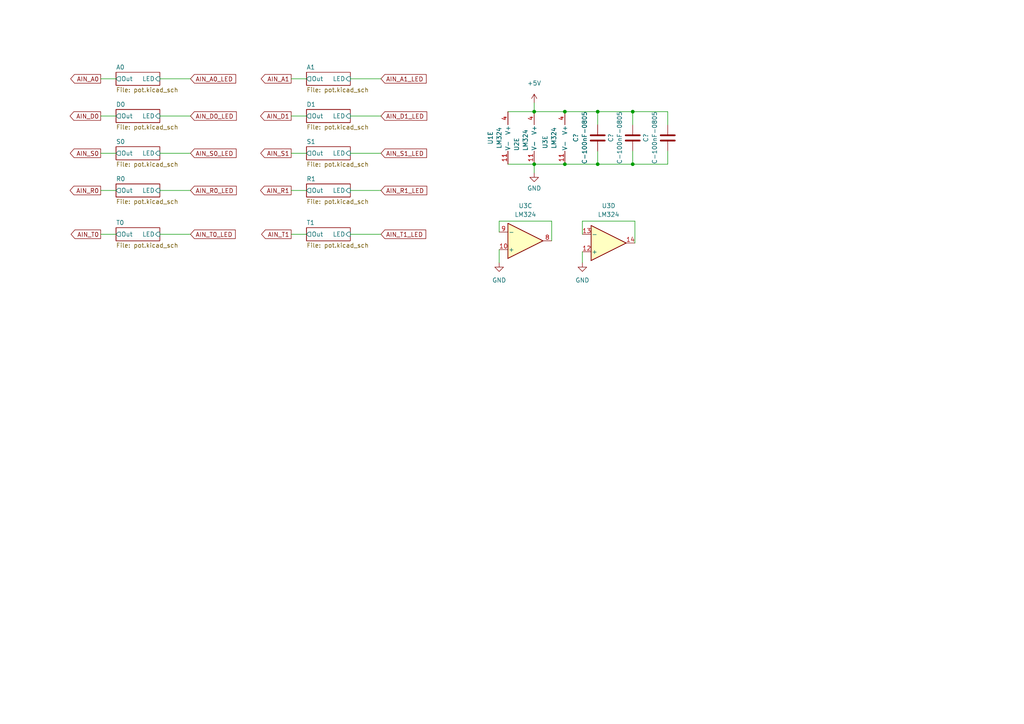
<source format=kicad_sch>
(kicad_sch (version 20211123) (generator eeschema)

  (uuid 85169ae7-45d1-4aa5-930c-b0c6270f81ab)

  (paper "A4")

  (lib_symbols
    (symbol "eurorack:C-100nF-0805" (pin_numbers hide) (pin_names (offset 0.254)) (in_bom yes) (on_board yes)
      (property "Reference" "C" (id 0) (at 0.635 2.54 0)
        (effects (font (size 1.27 1.27)) (justify left))
      )
      (property "Value" "C-100nF-0805" (id 1) (at 0.635 -2.54 0)
        (effects (font (size 1.27 1.27)) (justify left))
      )
      (property "Footprint" "Capacitor_SMD:C_0805_2012Metric_Pad1.18x1.45mm_HandSolder" (id 2) (at 0.9652 -3.81 0)
        (effects (font (size 1.27 1.27)) hide)
      )
      (property "Datasheet" "https://secure.reichelt.com/at/en/smd-multilayer-ceramic-capacitor-100-n-10--x7r-g0805-100n-p31879.html?&nbc=1" (id 3) (at 0 0 0)
        (effects (font (size 1.27 1.27)) hide)
      )
      (property "ki_keywords" "cap capacitor" (id 4) (at 0 0 0)
        (effects (font (size 1.27 1.27)) hide)
      )
      (property "ki_description" "Unpolarized capacitor" (id 5) (at 0 0 0)
        (effects (font (size 1.27 1.27)) hide)
      )
      (property "ki_fp_filters" "C_*" (id 6) (at 0 0 0)
        (effects (font (size 1.27 1.27)) hide)
      )
      (symbol "C-100nF-0805_0_1"
        (polyline
          (pts
            (xy -2.032 -0.762)
            (xy 2.032 -0.762)
          )
          (stroke (width 0.508) (type default) (color 0 0 0 0))
          (fill (type none))
        )
        (polyline
          (pts
            (xy -2.032 0.762)
            (xy 2.032 0.762)
          )
          (stroke (width 0.508) (type default) (color 0 0 0 0))
          (fill (type none))
        )
      )
      (symbol "C-100nF-0805_1_1"
        (pin passive line (at 0 3.81 270) (length 2.794)
          (name "~" (effects (font (size 1.27 1.27))))
          (number "1" (effects (font (size 1.27 1.27))))
        )
        (pin passive line (at 0 -3.81 90) (length 2.794)
          (name "~" (effects (font (size 1.27 1.27))))
          (number "2" (effects (font (size 1.27 1.27))))
        )
      )
    )
    (symbol "eurorack:LM324" (pin_names (offset 0.127)) (in_bom yes) (on_board yes)
      (property "Reference" "U" (id 0) (at 0 5.08 0)
        (effects (font (size 1.27 1.27)) (justify left))
      )
      (property "Value" "LM324" (id 1) (at 0 -5.08 0)
        (effects (font (size 1.27 1.27)) (justify left))
      )
      (property "Footprint" "Package_SO:SO-14_3.9x8.65mm_P1.27mm" (id 2) (at -1.27 2.54 0)
        (effects (font (size 1.27 1.27)) hide)
      )
      (property "Datasheet" "http://www.ti.com/lit/ds/symlink/lm2902-n.pdf" (id 3) (at 1.27 5.08 0)
        (effects (font (size 1.27 1.27)) hide)
      )
      (property "ki_locked" "" (id 4) (at 0 0 0)
        (effects (font (size 1.27 1.27)))
      )
      (property "ki_keywords" "quad opamp" (id 5) (at 0 0 0)
        (effects (font (size 1.27 1.27)) hide)
      )
      (property "ki_description" "Low-Power, Quad-Operational Amplifiers, DIP-14/SOIC-14/SSOP-14" (id 6) (at 0 0 0)
        (effects (font (size 1.27 1.27)) hide)
      )
      (property "ki_fp_filters" "SOIC*3.9x8.7mm*P1.27mm* DIP*W7.62mm* TSSOP*4.4x5mm*P0.65mm* SSOP*5.3x6.2mm*P0.65mm* MSOP*3x3mm*P0.5mm*" (id 7) (at 0 0 0)
        (effects (font (size 1.27 1.27)) hide)
      )
      (symbol "LM324_1_1"
        (polyline
          (pts
            (xy -5.08 5.08)
            (xy 5.08 0)
            (xy -5.08 -5.08)
            (xy -5.08 5.08)
          )
          (stroke (width 0.254) (type default) (color 0 0 0 0))
          (fill (type background))
        )
        (pin output line (at 7.62 0 180) (length 2.54)
          (name "~" (effects (font (size 1.27 1.27))))
          (number "1" (effects (font (size 1.27 1.27))))
        )
        (pin input line (at -7.62 -2.54 0) (length 2.54)
          (name "-" (effects (font (size 1.27 1.27))))
          (number "2" (effects (font (size 1.27 1.27))))
        )
        (pin input line (at -7.62 2.54 0) (length 2.54)
          (name "+" (effects (font (size 1.27 1.27))))
          (number "3" (effects (font (size 1.27 1.27))))
        )
      )
      (symbol "LM324_2_1"
        (polyline
          (pts
            (xy -5.08 5.08)
            (xy 5.08 0)
            (xy -5.08 -5.08)
            (xy -5.08 5.08)
          )
          (stroke (width 0.254) (type default) (color 0 0 0 0))
          (fill (type background))
        )
        (pin input line (at -7.62 2.54 0) (length 2.54)
          (name "+" (effects (font (size 1.27 1.27))))
          (number "5" (effects (font (size 1.27 1.27))))
        )
        (pin input line (at -7.62 -2.54 0) (length 2.54)
          (name "-" (effects (font (size 1.27 1.27))))
          (number "6" (effects (font (size 1.27 1.27))))
        )
        (pin output line (at 7.62 0 180) (length 2.54)
          (name "~" (effects (font (size 1.27 1.27))))
          (number "7" (effects (font (size 1.27 1.27))))
        )
      )
      (symbol "LM324_3_1"
        (polyline
          (pts
            (xy -5.08 5.08)
            (xy 5.08 0)
            (xy -5.08 -5.08)
            (xy -5.08 5.08)
          )
          (stroke (width 0.254) (type default) (color 0 0 0 0))
          (fill (type background))
        )
        (pin input line (at -7.62 2.54 0) (length 2.54)
          (name "+" (effects (font (size 1.27 1.27))))
          (number "10" (effects (font (size 1.27 1.27))))
        )
        (pin output line (at 7.62 0 180) (length 2.54)
          (name "~" (effects (font (size 1.27 1.27))))
          (number "8" (effects (font (size 1.27 1.27))))
        )
        (pin input line (at -7.62 -2.54 0) (length 2.54)
          (name "-" (effects (font (size 1.27 1.27))))
          (number "9" (effects (font (size 1.27 1.27))))
        )
      )
      (symbol "LM324_4_1"
        (polyline
          (pts
            (xy -5.08 5.08)
            (xy 5.08 0)
            (xy -5.08 -5.08)
            (xy -5.08 5.08)
          )
          (stroke (width 0.254) (type default) (color 0 0 0 0))
          (fill (type background))
        )
        (pin input line (at -7.62 2.54 0) (length 2.54)
          (name "+" (effects (font (size 1.27 1.27))))
          (number "12" (effects (font (size 1.27 1.27))))
        )
        (pin input line (at -7.62 -2.54 0) (length 2.54)
          (name "-" (effects (font (size 1.27 1.27))))
          (number "13" (effects (font (size 1.27 1.27))))
        )
        (pin output line (at 7.62 0 180) (length 2.54)
          (name "~" (effects (font (size 1.27 1.27))))
          (number "14" (effects (font (size 1.27 1.27))))
        )
      )
      (symbol "LM324_5_1"
        (pin power_in line (at -2.54 -7.62 90) (length 3.81)
          (name "V-" (effects (font (size 1.27 1.27))))
          (number "11" (effects (font (size 1.27 1.27))))
        )
        (pin power_in line (at -2.54 7.62 270) (length 3.81)
          (name "V+" (effects (font (size 1.27 1.27))))
          (number "4" (effects (font (size 1.27 1.27))))
        )
      )
    )
    (symbol "power:+5V" (power) (pin_names (offset 0)) (in_bom yes) (on_board yes)
      (property "Reference" "#PWR" (id 0) (at 0 -3.81 0)
        (effects (font (size 1.27 1.27)) hide)
      )
      (property "Value" "+5V" (id 1) (at 0 3.556 0)
        (effects (font (size 1.27 1.27)))
      )
      (property "Footprint" "" (id 2) (at 0 0 0)
        (effects (font (size 1.27 1.27)) hide)
      )
      (property "Datasheet" "" (id 3) (at 0 0 0)
        (effects (font (size 1.27 1.27)) hide)
      )
      (property "ki_keywords" "power-flag" (id 4) (at 0 0 0)
        (effects (font (size 1.27 1.27)) hide)
      )
      (property "ki_description" "Power symbol creates a global label with name \"+5V\"" (id 5) (at 0 0 0)
        (effects (font (size 1.27 1.27)) hide)
      )
      (symbol "+5V_0_1"
        (polyline
          (pts
            (xy -0.762 1.27)
            (xy 0 2.54)
          )
          (stroke (width 0) (type default) (color 0 0 0 0))
          (fill (type none))
        )
        (polyline
          (pts
            (xy 0 0)
            (xy 0 2.54)
          )
          (stroke (width 0) (type default) (color 0 0 0 0))
          (fill (type none))
        )
        (polyline
          (pts
            (xy 0 2.54)
            (xy 0.762 1.27)
          )
          (stroke (width 0) (type default) (color 0 0 0 0))
          (fill (type none))
        )
      )
      (symbol "+5V_1_1"
        (pin power_in line (at 0 0 90) (length 0) hide
          (name "+5V" (effects (font (size 1.27 1.27))))
          (number "1" (effects (font (size 1.27 1.27))))
        )
      )
    )
    (symbol "power:GND" (power) (pin_names (offset 0)) (in_bom yes) (on_board yes)
      (property "Reference" "#PWR" (id 0) (at 0 -6.35 0)
        (effects (font (size 1.27 1.27)) hide)
      )
      (property "Value" "GND" (id 1) (at 0 -3.81 0)
        (effects (font (size 1.27 1.27)))
      )
      (property "Footprint" "" (id 2) (at 0 0 0)
        (effects (font (size 1.27 1.27)) hide)
      )
      (property "Datasheet" "" (id 3) (at 0 0 0)
        (effects (font (size 1.27 1.27)) hide)
      )
      (property "ki_keywords" "power-flag" (id 4) (at 0 0 0)
        (effects (font (size 1.27 1.27)) hide)
      )
      (property "ki_description" "Power symbol creates a global label with name \"GND\" , ground" (id 5) (at 0 0 0)
        (effects (font (size 1.27 1.27)) hide)
      )
      (symbol "GND_0_1"
        (polyline
          (pts
            (xy 0 0)
            (xy 0 -1.27)
            (xy 1.27 -1.27)
            (xy 0 -2.54)
            (xy -1.27 -1.27)
            (xy 0 -1.27)
          )
          (stroke (width 0) (type default) (color 0 0 0 0))
          (fill (type none))
        )
      )
      (symbol "GND_1_1"
        (pin power_in line (at 0 0 270) (length 0) hide
          (name "GND" (effects (font (size 1.27 1.27))))
          (number "1" (effects (font (size 1.27 1.27))))
        )
      )
    )
  )

  (junction (at 183.515 32.385) (diameter 0) (color 0 0 0 0)
    (uuid 1c8f80ec-bc6e-4c12-afe7-d8fc0309a9c4)
  )
  (junction (at 163.83 32.385) (diameter 0) (color 0 0 0 0)
    (uuid 4883aaf7-6bdf-481e-a937-3cecf14cb310)
  )
  (junction (at 154.94 47.625) (diameter 0) (color 0 0 0 0)
    (uuid 48b1994c-52ae-41aa-81df-60cd841fc842)
  )
  (junction (at 183.515 47.625) (diameter 0) (color 0 0 0 0)
    (uuid 4e733061-6292-4831-9487-7b177b7f21a0)
  )
  (junction (at 173.355 32.385) (diameter 0) (color 0 0 0 0)
    (uuid 61a8fa4f-67a2-4a1c-ae18-ec268b717ee2)
  )
  (junction (at 163.83 47.625) (diameter 0) (color 0 0 0 0)
    (uuid 6af6b45d-b927-4639-9971-b6dcee833ad6)
  )
  (junction (at 154.94 32.385) (diameter 0) (color 0 0 0 0)
    (uuid 7ae90b29-f155-4c06-aeff-4c63c816081f)
  )
  (junction (at 173.355 47.625) (diameter 0) (color 0 0 0 0)
    (uuid dc83512f-6b0d-4754-ad69-5cedc5ae79e8)
  )

  (wire (pts (xy 144.78 67.31) (xy 144.78 64.135))
    (stroke (width 0) (type default) (color 0 0 0 0))
    (uuid 003a8d02-13f8-4893-b57f-4fcb29bb0d4e)
  )
  (wire (pts (xy 101.6 44.45) (xy 110.49 44.45))
    (stroke (width 0) (type default) (color 0 0 0 0))
    (uuid 042a744a-dfdc-4ee5-9790-a624cfd316f9)
  )
  (wire (pts (xy 193.675 36.195) (xy 193.675 32.385))
    (stroke (width 0) (type default) (color 0 0 0 0))
    (uuid 077675f1-ccf2-4151-b084-33d6384d3528)
  )
  (wire (pts (xy 144.78 64.135) (xy 160.02 64.135))
    (stroke (width 0) (type default) (color 0 0 0 0))
    (uuid 0b1b2c84-9ebe-414c-a35c-1883c522421d)
  )
  (wire (pts (xy 184.15 64.135) (xy 184.15 70.485))
    (stroke (width 0) (type default) (color 0 0 0 0))
    (uuid 0cc32d80-6d27-42e6-8737-5493c1a126f2)
  )
  (wire (pts (xy 101.6 55.245) (xy 110.49 55.245))
    (stroke (width 0) (type default) (color 0 0 0 0))
    (uuid 0f6134bf-067e-499c-93c8-016a7b06e599)
  )
  (wire (pts (xy 29.21 67.945) (xy 33.655 67.945))
    (stroke (width 0) (type default) (color 0 0 0 0))
    (uuid 10ec7e95-d632-40f3-8107-a9c7c8e7590f)
  )
  (wire (pts (xy 154.94 47.625) (xy 163.83 47.625))
    (stroke (width 0) (type default) (color 0 0 0 0))
    (uuid 15d2010d-448c-4628-8894-dccbabd2b7d4)
  )
  (wire (pts (xy 154.94 32.385) (xy 163.83 32.385))
    (stroke (width 0) (type default) (color 0 0 0 0))
    (uuid 2244d917-0376-468e-9a67-bbc71cc1ed15)
  )
  (wire (pts (xy 46.355 55.245) (xy 55.245 55.245))
    (stroke (width 0) (type default) (color 0 0 0 0))
    (uuid 3761a39e-08c3-404d-a31d-3bd5fe4b3d24)
  )
  (wire (pts (xy 147.32 32.385) (xy 154.94 32.385))
    (stroke (width 0) (type default) (color 0 0 0 0))
    (uuid 38385cc3-abd5-4e3e-a8ae-e85554d202f5)
  )
  (wire (pts (xy 46.355 22.86) (xy 55.245 22.86))
    (stroke (width 0) (type default) (color 0 0 0 0))
    (uuid 3cdf0f4e-c84c-4a6b-b9f8-7bdc00399c87)
  )
  (wire (pts (xy 168.91 64.135) (xy 184.15 64.135))
    (stroke (width 0) (type default) (color 0 0 0 0))
    (uuid 3e56bb0e-d91d-42db-ad7e-b6d8f56e661d)
  )
  (wire (pts (xy 193.675 47.625) (xy 193.675 43.815))
    (stroke (width 0) (type default) (color 0 0 0 0))
    (uuid 3e8e99d3-5270-4cd2-bd63-b73a069695e1)
  )
  (wire (pts (xy 154.94 29.845) (xy 154.94 32.385))
    (stroke (width 0) (type default) (color 0 0 0 0))
    (uuid 3f1f65da-b802-4995-975d-7c595c0b60b1)
  )
  (wire (pts (xy 183.515 36.195) (xy 183.515 32.385))
    (stroke (width 0) (type default) (color 0 0 0 0))
    (uuid 45d4a347-453e-426f-b004-52216149eabe)
  )
  (wire (pts (xy 29.21 33.655) (xy 33.655 33.655))
    (stroke (width 0) (type default) (color 0 0 0 0))
    (uuid 5633ba81-69ae-422c-af17-71cf95506d18)
  )
  (wire (pts (xy 84.455 44.45) (xy 88.9 44.45))
    (stroke (width 0) (type default) (color 0 0 0 0))
    (uuid 5a6c4dcc-8141-4ae7-9203-15242f92cfaf)
  )
  (wire (pts (xy 163.83 47.625) (xy 173.355 47.625))
    (stroke (width 0) (type default) (color 0 0 0 0))
    (uuid 5ce9d938-191c-4c5c-bd31-84b4aebc3d0e)
  )
  (wire (pts (xy 101.6 67.945) (xy 110.49 67.945))
    (stroke (width 0) (type default) (color 0 0 0 0))
    (uuid 64666196-b027-4288-9499-a9d59b512a6b)
  )
  (wire (pts (xy 29.21 44.45) (xy 33.655 44.45))
    (stroke (width 0) (type default) (color 0 0 0 0))
    (uuid 6841bd20-baa3-45c5-b8f4-f880a68aa19f)
  )
  (wire (pts (xy 173.355 36.195) (xy 173.355 32.385))
    (stroke (width 0) (type default) (color 0 0 0 0))
    (uuid 70809202-4c24-4737-810b-be61c2f64397)
  )
  (wire (pts (xy 154.94 47.625) (xy 154.94 50.165))
    (stroke (width 0) (type default) (color 0 0 0 0))
    (uuid 747b3994-e3db-4b4a-bf0d-d937d6304532)
  )
  (wire (pts (xy 173.355 47.625) (xy 183.515 47.625))
    (stroke (width 0) (type default) (color 0 0 0 0))
    (uuid 7726cbf5-141b-488e-ae53-e7c0b1469a0e)
  )
  (wire (pts (xy 101.6 22.86) (xy 110.49 22.86))
    (stroke (width 0) (type default) (color 0 0 0 0))
    (uuid 85e137c0-500c-4cd1-96c3-0fc0ff9881b1)
  )
  (wire (pts (xy 29.21 55.245) (xy 33.655 55.245))
    (stroke (width 0) (type default) (color 0 0 0 0))
    (uuid 8d4d980f-ffcf-4f1c-88ad-8768c207b42a)
  )
  (wire (pts (xy 173.355 32.385) (xy 163.83 32.385))
    (stroke (width 0) (type default) (color 0 0 0 0))
    (uuid a1cefd4d-3008-4358-bb18-011dd868cdc3)
  )
  (wire (pts (xy 168.91 67.945) (xy 168.91 64.135))
    (stroke (width 0) (type default) (color 0 0 0 0))
    (uuid a28ab443-e07c-460b-9740-dd623ac3d684)
  )
  (wire (pts (xy 84.455 67.945) (xy 88.9 67.945))
    (stroke (width 0) (type default) (color 0 0 0 0))
    (uuid a6d85ac0-8d77-441c-8cf9-d8bde0a70d8f)
  )
  (wire (pts (xy 84.455 33.655) (xy 88.9 33.655))
    (stroke (width 0) (type default) (color 0 0 0 0))
    (uuid a76c952e-7948-4e85-b044-a94b1c8dde50)
  )
  (wire (pts (xy 193.675 32.385) (xy 183.515 32.385))
    (stroke (width 0) (type default) (color 0 0 0 0))
    (uuid a7ed94af-aa0e-46aa-b609-545d186d07a5)
  )
  (wire (pts (xy 84.455 55.245) (xy 88.9 55.245))
    (stroke (width 0) (type default) (color 0 0 0 0))
    (uuid ad9f7267-45c8-4f3d-ab02-e92ba1ad3279)
  )
  (wire (pts (xy 84.455 22.86) (xy 88.9 22.86))
    (stroke (width 0) (type default) (color 0 0 0 0))
    (uuid b65dcd4f-f178-4da8-ba70-48bbec01cd8f)
  )
  (wire (pts (xy 101.6 33.655) (xy 110.49 33.655))
    (stroke (width 0) (type default) (color 0 0 0 0))
    (uuid b74539c1-c31a-4135-be3a-46871de441f5)
  )
  (wire (pts (xy 46.355 44.45) (xy 55.245 44.45))
    (stroke (width 0) (type default) (color 0 0 0 0))
    (uuid b92bacf7-ce25-405f-befc-7edbf457cf35)
  )
  (wire (pts (xy 160.02 64.135) (xy 160.02 69.85))
    (stroke (width 0) (type default) (color 0 0 0 0))
    (uuid bc952037-1c6b-4dea-ad77-6c3ca9e6be85)
  )
  (wire (pts (xy 29.21 22.86) (xy 33.655 22.86))
    (stroke (width 0) (type default) (color 0 0 0 0))
    (uuid bf966210-991e-4d31-8168-a611778642f3)
  )
  (wire (pts (xy 183.515 47.625) (xy 193.675 47.625))
    (stroke (width 0) (type default) (color 0 0 0 0))
    (uuid c770521e-3739-425a-92bd-dd87d529c553)
  )
  (wire (pts (xy 168.91 73.025) (xy 168.91 76.2))
    (stroke (width 0) (type default) (color 0 0 0 0))
    (uuid c908d906-9c4f-4f0a-af45-de8891f54653)
  )
  (wire (pts (xy 147.32 47.625) (xy 154.94 47.625))
    (stroke (width 0) (type default) (color 0 0 0 0))
    (uuid d11b6369-0386-41b1-9c65-cbe13e88a953)
  )
  (wire (pts (xy 173.355 43.815) (xy 173.355 47.625))
    (stroke (width 0) (type default) (color 0 0 0 0))
    (uuid d11d0b24-88f5-4119-9ef7-d46648bda4f2)
  )
  (wire (pts (xy 46.355 33.655) (xy 55.245 33.655))
    (stroke (width 0) (type default) (color 0 0 0 0))
    (uuid da85c78f-34b0-47f7-a7a9-9f7efed03047)
  )
  (wire (pts (xy 144.78 72.39) (xy 144.78 76.2))
    (stroke (width 0) (type default) (color 0 0 0 0))
    (uuid efb2a923-4790-432f-99e2-8d09ffeb82d7)
  )
  (wire (pts (xy 183.515 32.385) (xy 173.355 32.385))
    (stroke (width 0) (type default) (color 0 0 0 0))
    (uuid f004d16d-3a2b-48eb-b28f-9833755c595b)
  )
  (wire (pts (xy 46.355 67.945) (xy 55.245 67.945))
    (stroke (width 0) (type default) (color 0 0 0 0))
    (uuid f26bb190-5914-4d90-8576-8fcbbe4f8f6a)
  )
  (wire (pts (xy 183.515 43.815) (xy 183.515 47.625))
    (stroke (width 0) (type default) (color 0 0 0 0))
    (uuid fac5b827-5f21-4550-b39f-de5edd96c65d)
  )

  (global_label "AIN_R0_LED" (shape input) (at 55.245 55.245 0) (fields_autoplaced)
    (effects (font (size 1.27 1.27)) (justify left))
    (uuid 0c675747-2578-4f39-8c16-1177b1179f6e)
    (property "Intersheet References" "${INTERSHEET_REFS}" (id 0) (at 68.5438 55.1656 0)
      (effects (font (size 1.27 1.27)) (justify left) hide)
    )
  )
  (global_label "AIN_D0" (shape output) (at 29.21 33.655 180) (fields_autoplaced)
    (effects (font (size 1.27 1.27)) (justify right))
    (uuid 1d6bd41c-9c9e-46af-a0f5-4c1dd64e6170)
    (property "Intersheet References" "${INTERSHEET_REFS}" (id 0) (at 20.3259 33.5756 0)
      (effects (font (size 1.27 1.27)) (justify right) hide)
    )
  )
  (global_label "AIN_A0" (shape output) (at 29.21 22.86 180) (fields_autoplaced)
    (effects (font (size 1.27 1.27)) (justify right))
    (uuid 2e7e536a-9224-413d-8dfe-c6d301aa26e7)
    (property "Intersheet References" "${INTERSHEET_REFS}" (id 0) (at 20.5074 22.7806 0)
      (effects (font (size 1.27 1.27)) (justify right) hide)
    )
  )
  (global_label "AIN_D1_LED" (shape input) (at 110.49 33.655 0) (fields_autoplaced)
    (effects (font (size 1.27 1.27)) (justify left))
    (uuid 446c71fb-a79d-44a4-a00f-a2444b852f18)
    (property "Intersheet References" "${INTERSHEET_REFS}" (id 0) (at 123.7888 33.5756 0)
      (effects (font (size 1.27 1.27)) (justify left) hide)
    )
  )
  (global_label "AIN_S1_LED" (shape input) (at 110.49 44.45 0) (fields_autoplaced)
    (effects (font (size 1.27 1.27)) (justify left))
    (uuid 65c8ceba-ee72-422e-bfef-a041d5a17d6f)
    (property "Intersheet References" "${INTERSHEET_REFS}" (id 0) (at 123.7283 44.3706 0)
      (effects (font (size 1.27 1.27)) (justify left) hide)
    )
  )
  (global_label "AIN_T0_LED" (shape input) (at 55.245 67.945 0) (fields_autoplaced)
    (effects (font (size 1.27 1.27)) (justify left))
    (uuid 65e32e8f-a6c5-4e69-b550-7f640fec218d)
    (property "Intersheet References" "${INTERSHEET_REFS}" (id 0) (at 68.2414 67.8656 0)
      (effects (font (size 1.27 1.27)) (justify left) hide)
    )
  )
  (global_label "AIN_S0_LED" (shape input) (at 55.245 44.45 0) (fields_autoplaced)
    (effects (font (size 1.27 1.27)) (justify left))
    (uuid 72ae1bcc-ed24-40e5-8ac7-38f765124864)
    (property "Intersheet References" "${INTERSHEET_REFS}" (id 0) (at 68.4833 44.3706 0)
      (effects (font (size 1.27 1.27)) (justify left) hide)
    )
  )
  (global_label "AIN_R1_LED" (shape input) (at 110.49 55.245 0) (fields_autoplaced)
    (effects (font (size 1.27 1.27)) (justify left))
    (uuid 7b5763d3-7764-4409-a8e7-0733899f1f6e)
    (property "Intersheet References" "${INTERSHEET_REFS}" (id 0) (at 123.7888 55.1656 0)
      (effects (font (size 1.27 1.27)) (justify left) hide)
    )
  )
  (global_label "AIN_D1" (shape output) (at 84.455 33.655 180) (fields_autoplaced)
    (effects (font (size 1.27 1.27)) (justify right))
    (uuid 95334c38-62bd-49eb-82de-b7fa4591fbe7)
    (property "Intersheet References" "${INTERSHEET_REFS}" (id 0) (at 75.5709 33.5756 0)
      (effects (font (size 1.27 1.27)) (justify right) hide)
    )
  )
  (global_label "AIN_A0_LED" (shape input) (at 55.245 22.86 0) (fields_autoplaced)
    (effects (font (size 1.27 1.27)) (justify left))
    (uuid 9706d92c-4805-4dd5-bbd6-17e87fe48526)
    (property "Intersheet References" "${INTERSHEET_REFS}" (id 0) (at 68.3624 22.7806 0)
      (effects (font (size 1.27 1.27)) (justify left) hide)
    )
  )
  (global_label "AIN_A1_LED" (shape input) (at 110.49 22.86 0) (fields_autoplaced)
    (effects (font (size 1.27 1.27)) (justify left))
    (uuid 9866a651-b6cb-478b-be62-53e50fc1e910)
    (property "Intersheet References" "${INTERSHEET_REFS}" (id 0) (at 123.6074 22.7806 0)
      (effects (font (size 1.27 1.27)) (justify left) hide)
    )
  )
  (global_label "AIN_T1" (shape output) (at 84.455 67.945 180) (fields_autoplaced)
    (effects (font (size 1.27 1.27)) (justify right))
    (uuid 9a35e1e4-485c-4d7b-9d58-463a28c1f1f2)
    (property "Intersheet References" "${INTERSHEET_REFS}" (id 0) (at 75.8733 67.8656 0)
      (effects (font (size 1.27 1.27)) (justify right) hide)
    )
  )
  (global_label "AIN_T1_LED" (shape input) (at 110.49 67.945 0) (fields_autoplaced)
    (effects (font (size 1.27 1.27)) (justify left))
    (uuid 9c5c0e82-7359-4d77-b40f-93b69afe5263)
    (property "Intersheet References" "${INTERSHEET_REFS}" (id 0) (at 123.4864 67.8656 0)
      (effects (font (size 1.27 1.27)) (justify left) hide)
    )
  )
  (global_label "AIN_A1" (shape output) (at 84.455 22.86 180) (fields_autoplaced)
    (effects (font (size 1.27 1.27)) (justify right))
    (uuid b8a9abf8-8529-4a5f-a47e-9f97fe4de015)
    (property "Intersheet References" "${INTERSHEET_REFS}" (id 0) (at 75.7524 22.7806 0)
      (effects (font (size 1.27 1.27)) (justify right) hide)
    )
  )
  (global_label "AIN_T0" (shape output) (at 29.21 67.945 180) (fields_autoplaced)
    (effects (font (size 1.27 1.27)) (justify right))
    (uuid c53ea265-cefa-4681-abca-a455466244ff)
    (property "Intersheet References" "${INTERSHEET_REFS}" (id 0) (at 20.6283 67.8656 0)
      (effects (font (size 1.27 1.27)) (justify right) hide)
    )
  )
  (global_label "AIN_D0_LED" (shape input) (at 55.245 33.655 0) (fields_autoplaced)
    (effects (font (size 1.27 1.27)) (justify left))
    (uuid c8c620d6-f7ba-44b5-883e-d9016cb64038)
    (property "Intersheet References" "${INTERSHEET_REFS}" (id 0) (at 68.5438 33.5756 0)
      (effects (font (size 1.27 1.27)) (justify left) hide)
    )
  )
  (global_label "AIN_S0" (shape output) (at 29.21 44.45 180) (fields_autoplaced)
    (effects (font (size 1.27 1.27)) (justify right))
    (uuid e2273eed-4a52-4a81-9928-9e4ac8b39a3d)
    (property "Intersheet References" "${INTERSHEET_REFS}" (id 0) (at 20.3864 44.3706 0)
      (effects (font (size 1.27 1.27)) (justify right) hide)
    )
  )
  (global_label "AIN_R0" (shape output) (at 29.21 55.245 180) (fields_autoplaced)
    (effects (font (size 1.27 1.27)) (justify right))
    (uuid f0ff334e-7f70-4e2a-b3d2-b207dce3f45a)
    (property "Intersheet References" "${INTERSHEET_REFS}" (id 0) (at 20.3259 55.1656 0)
      (effects (font (size 1.27 1.27)) (justify right) hide)
    )
  )
  (global_label "AIN_S1" (shape output) (at 84.455 44.45 180) (fields_autoplaced)
    (effects (font (size 1.27 1.27)) (justify right))
    (uuid fd1b21de-f907-407f-adab-439e58452b35)
    (property "Intersheet References" "${INTERSHEET_REFS}" (id 0) (at 75.6314 44.3706 0)
      (effects (font (size 1.27 1.27)) (justify right) hide)
    )
  )
  (global_label "AIN_R1" (shape output) (at 84.455 55.245 180) (fields_autoplaced)
    (effects (font (size 1.27 1.27)) (justify right))
    (uuid fed6f604-6ca1-4dbf-89ff-354779e9d4fb)
    (property "Intersheet References" "${INTERSHEET_REFS}" (id 0) (at 75.5709 55.1656 0)
      (effects (font (size 1.27 1.27)) (justify right) hide)
    )
  )

  (symbol (lib_id "eurorack:LM324") (at 176.53 70.485 0) (mirror x) (unit 4)
    (in_bom yes) (on_board yes) (fields_autoplaced)
    (uuid 3376e091-be10-4a61-baaf-dea3295ce0cb)
    (property "Reference" "U3" (id 0) (at 176.53 59.69 0))
    (property "Value" "LM324" (id 1) (at 176.53 62.23 0))
    (property "Footprint" "Package_SO:SO-14_3.9x8.65mm_P1.27mm" (id 2) (at 175.26 73.025 0)
      (effects (font (size 1.27 1.27)) hide)
    )
    (property "Datasheet" "http://www.ti.com/lit/ds/symlink/lm2902-n.pdf" (id 3) (at 177.8 75.565 0)
      (effects (font (size 1.27 1.27)) hide)
    )
    (pin "1" (uuid 425d8f94-16d6-42fd-96a3-bdca7c857df0))
    (pin "2" (uuid 14c7f714-0c1f-4014-96b7-18cc13b387c9))
    (pin "3" (uuid 50aedcc5-1c3c-44ae-a002-c67a88b05cd5))
    (pin "5" (uuid dbd22b38-1b9f-49d4-a47c-9e99e684290c))
    (pin "6" (uuid 5682ef20-72a6-492c-92fa-771176fc0a2c))
    (pin "7" (uuid 832b7342-0c68-4575-8533-6009904abb1c))
    (pin "10" (uuid 8bc1d2ff-1f0f-4c39-8139-5e33d0d74dd1))
    (pin "8" (uuid cb706317-2782-4911-b9a0-4df692a14673))
    (pin "9" (uuid 2874d5cd-5cf0-4d3c-8966-87cbf579e08c))
    (pin "12" (uuid 9576e0d8-abe7-4020-8cec-c7fdfa16c04e))
    (pin "13" (uuid 94a51202-588d-4c25-a306-148e581926c0))
    (pin "14" (uuid add458e9-2b09-41b0-ae06-aaf82b3567db))
    (pin "11" (uuid 5b3a3693-142f-4bbf-ab3c-ec68d2818204))
    (pin "4" (uuid 0d3c49ff-3c61-4164-88dc-20f05c177d2f))
  )

  (symbol (lib_id "eurorack:LM324") (at 157.48 40.005 0) (unit 5)
    (in_bom yes) (on_board yes)
    (uuid 36783da4-f125-4ffe-a990-273d7c1eeec1)
    (property "Reference" "U2" (id 0) (at 149.86 43.815 90)
      (effects (font (size 1.27 1.27)) (justify left))
    )
    (property "Value" "LM324" (id 1) (at 152.4 43.815 90)
      (effects (font (size 1.27 1.27)) (justify left))
    )
    (property "Footprint" "Package_SO:SO-14_3.9x8.65mm_P1.27mm" (id 2) (at 156.21 37.465 0)
      (effects (font (size 1.27 1.27)) hide)
    )
    (property "Datasheet" "http://www.ti.com/lit/ds/symlink/lm2902-n.pdf" (id 3) (at 158.75 34.925 0)
      (effects (font (size 1.27 1.27)) hide)
    )
    (pin "1" (uuid efdef399-2670-4a7b-8d0c-279adefa5701))
    (pin "2" (uuid 94c82d57-980c-4bb0-9767-a77c80948159))
    (pin "3" (uuid 57def8b1-b7ab-4b7e-9cfd-0ef509490616))
    (pin "5" (uuid dc9025d1-9c54-4971-9a86-8a5c77424520))
    (pin "6" (uuid a22248c1-2f47-4a2a-b4c9-2efd7e768a18))
    (pin "7" (uuid 16820caa-d2a2-4776-b67f-579342498101))
    (pin "10" (uuid d5f50bca-23e8-43b8-8de8-120666e3acd9))
    (pin "8" (uuid fc782b9c-8957-400c-ad35-22e5b5290190))
    (pin "9" (uuid addce9f3-2054-41df-85b1-c1c4bfad820c))
    (pin "12" (uuid be006b19-a84b-4daa-a553-8afea13362a1))
    (pin "13" (uuid 5418d124-9811-4c7c-8d84-e1243ee1403f))
    (pin "14" (uuid c733720e-8fb5-4ee0-948a-ee404845f1c4))
    (pin "11" (uuid d8c4a31e-63d0-4947-8f5f-e5d1ccf73c54))
    (pin "4" (uuid 796f18ad-85c3-47c2-af28-d7f514554d41))
  )

  (symbol (lib_id "eurorack:C-100nF-0805") (at 193.675 40.005 0) (unit 1)
    (in_bom yes) (on_board yes)
    (uuid 512124de-7ae5-4be8-a323-52d97ff8643a)
    (property "Reference" "C?" (id 0) (at 187.325 41.275 90)
      (effects (font (size 1.27 1.27)) (justify left))
    )
    (property "Value" "C-100nF-0805" (id 1) (at 189.865 47.625 90)
      (effects (font (size 1.27 1.27)) (justify left))
    )
    (property "Footprint" "Capacitor_SMD:C_0805_2012Metric_Pad1.18x1.45mm_HandSolder" (id 2) (at 194.6402 43.815 0)
      (effects (font (size 1.27 1.27)) hide)
    )
    (property "Datasheet" "https://secure.reichelt.com/at/en/smd-multilayer-ceramic-capacitor-100-n-10--x7r-g0805-100n-p31879.html?&nbc=1" (id 3) (at 193.675 40.005 0)
      (effects (font (size 1.27 1.27)) hide)
    )
    (pin "1" (uuid e62f157a-f3d4-42de-951e-4e028f3ae4e3))
    (pin "2" (uuid 0cacf921-b262-46f8-896b-063c6abec111))
  )

  (symbol (lib_id "eurorack:LM324") (at 149.86 40.005 0) (unit 5)
    (in_bom yes) (on_board yes)
    (uuid 5eab4b04-4047-4aea-a0c7-608760c55c22)
    (property "Reference" "U1" (id 0) (at 142.24 40.005 90))
    (property "Value" "LM324" (id 1) (at 144.78 40.005 90))
    (property "Footprint" "Package_SO:SO-14_3.9x8.65mm_P1.27mm" (id 2) (at 148.59 37.465 0)
      (effects (font (size 1.27 1.27)) hide)
    )
    (property "Datasheet" "http://www.ti.com/lit/ds/symlink/lm2902-n.pdf" (id 3) (at 151.13 34.925 0)
      (effects (font (size 1.27 1.27)) hide)
    )
    (pin "1" (uuid 8c807d10-cdc4-4b14-8376-a42f4799e398))
    (pin "2" (uuid ece48383-8a0c-4920-93cb-0264c3c49ea2))
    (pin "3" (uuid 1903c07f-583b-4886-87e0-38eb7ecd002d))
    (pin "5" (uuid e03cf2ed-f7a1-4bcb-bddb-4b7eaf0c4cc8))
    (pin "6" (uuid 28fe629e-b078-4bee-8607-7c98c85d576a))
    (pin "7" (uuid 492c53dd-1230-4e45-9b9d-3e2f6d317d69))
    (pin "10" (uuid 80222d0c-4ea4-46c4-a4cf-1c81212a4943))
    (pin "8" (uuid b733a139-49cf-4072-8ebb-2710ade6d02a))
    (pin "9" (uuid c2dfe0a7-1f42-4063-a1fe-cbd7dff322da))
    (pin "12" (uuid ee967b79-4e5c-488e-a2fc-67db5d1200a0))
    (pin "13" (uuid bdd78f22-a2b4-4e37-b52d-5cb7746e95d9))
    (pin "14" (uuid 7151a0b1-4ddb-47c2-9929-3c7454c18208))
    (pin "11" (uuid 81ba5933-25b0-4f0d-bab8-6320f6a9c13b))
    (pin "4" (uuid 6b45dc1f-4630-4009-bf79-5cd0022b75ca))
  )

  (symbol (lib_id "power:GND") (at 154.94 50.165 0) (unit 1)
    (in_bom yes) (on_board yes) (fields_autoplaced)
    (uuid 84fb7e00-25cb-4e3a-ab03-96ce831ca278)
    (property "Reference" "#PWR?" (id 0) (at 154.94 56.515 0)
      (effects (font (size 1.27 1.27)) hide)
    )
    (property "Value" "GND" (id 1) (at 154.94 54.61 0))
    (property "Footprint" "" (id 2) (at 154.94 50.165 0)
      (effects (font (size 1.27 1.27)) hide)
    )
    (property "Datasheet" "" (id 3) (at 154.94 50.165 0)
      (effects (font (size 1.27 1.27)) hide)
    )
    (pin "1" (uuid 3829d26c-ddfb-4984-8f48-3542c0550250))
  )

  (symbol (lib_id "eurorack:C-100nF-0805") (at 183.515 40.005 0) (unit 1)
    (in_bom yes) (on_board yes)
    (uuid 8c86a393-b399-44b5-9047-76a3dc742404)
    (property "Reference" "C?" (id 0) (at 177.165 41.275 90)
      (effects (font (size 1.27 1.27)) (justify left))
    )
    (property "Value" "C-100nF-0805" (id 1) (at 179.705 47.625 90)
      (effects (font (size 1.27 1.27)) (justify left))
    )
    (property "Footprint" "Capacitor_SMD:C_0805_2012Metric_Pad1.18x1.45mm_HandSolder" (id 2) (at 184.4802 43.815 0)
      (effects (font (size 1.27 1.27)) hide)
    )
    (property "Datasheet" "https://secure.reichelt.com/at/en/smd-multilayer-ceramic-capacitor-100-n-10--x7r-g0805-100n-p31879.html?&nbc=1" (id 3) (at 183.515 40.005 0)
      (effects (font (size 1.27 1.27)) hide)
    )
    (pin "1" (uuid e7e8ce76-f43c-4f0d-9413-4f919adbe25c))
    (pin "2" (uuid e8a9516a-415f-42dd-b995-cf117d97f0ec))
  )

  (symbol (lib_id "power:+5V") (at 154.94 29.845 0) (unit 1)
    (in_bom yes) (on_board yes) (fields_autoplaced)
    (uuid 917ab6b1-9dd8-49a6-abe9-9cf4c9c0ed39)
    (property "Reference" "#PWR?" (id 0) (at 154.94 33.655 0)
      (effects (font (size 1.27 1.27)) hide)
    )
    (property "Value" "+5V" (id 1) (at 154.94 24.13 0))
    (property "Footprint" "" (id 2) (at 154.94 29.845 0)
      (effects (font (size 1.27 1.27)) hide)
    )
    (property "Datasheet" "" (id 3) (at 154.94 29.845 0)
      (effects (font (size 1.27 1.27)) hide)
    )
    (pin "1" (uuid 88cd852f-8f98-4466-9970-9b03ac5b729f))
  )

  (symbol (lib_id "power:GND") (at 144.78 76.2 0) (unit 1)
    (in_bom yes) (on_board yes) (fields_autoplaced)
    (uuid bb834ba2-18b0-4a19-8905-9fee4617c48a)
    (property "Reference" "#PWR?" (id 0) (at 144.78 82.55 0)
      (effects (font (size 1.27 1.27)) hide)
    )
    (property "Value" "GND" (id 1) (at 144.78 81.28 0))
    (property "Footprint" "" (id 2) (at 144.78 76.2 0)
      (effects (font (size 1.27 1.27)) hide)
    )
    (property "Datasheet" "" (id 3) (at 144.78 76.2 0)
      (effects (font (size 1.27 1.27)) hide)
    )
    (pin "1" (uuid 54f7568a-e75d-46de-9343-ca847a2f8ccc))
  )

  (symbol (lib_id "power:GND") (at 168.91 76.2 0) (unit 1)
    (in_bom yes) (on_board yes) (fields_autoplaced)
    (uuid c911f174-af74-4e01-b2cd-07c82daceb46)
    (property "Reference" "#PWR?" (id 0) (at 168.91 82.55 0)
      (effects (font (size 1.27 1.27)) hide)
    )
    (property "Value" "GND" (id 1) (at 168.91 81.28 0))
    (property "Footprint" "" (id 2) (at 168.91 76.2 0)
      (effects (font (size 1.27 1.27)) hide)
    )
    (property "Datasheet" "" (id 3) (at 168.91 76.2 0)
      (effects (font (size 1.27 1.27)) hide)
    )
    (pin "1" (uuid a1a6c228-27c9-4b4e-9688-5e7d85e9cd3f))
  )

  (symbol (lib_id "eurorack:C-100nF-0805") (at 173.355 40.005 0) (unit 1)
    (in_bom yes) (on_board yes)
    (uuid cacc9a70-ec30-4e26-8fdf-2dbce8e9f6d1)
    (property "Reference" "C?" (id 0) (at 167.005 41.275 90)
      (effects (font (size 1.27 1.27)) (justify left))
    )
    (property "Value" "C-100nF-0805" (id 1) (at 169.545 47.625 90)
      (effects (font (size 1.27 1.27)) (justify left))
    )
    (property "Footprint" "Capacitor_SMD:C_0805_2012Metric_Pad1.18x1.45mm_HandSolder" (id 2) (at 174.3202 43.815 0)
      (effects (font (size 1.27 1.27)) hide)
    )
    (property "Datasheet" "https://secure.reichelt.com/at/en/smd-multilayer-ceramic-capacitor-100-n-10--x7r-g0805-100n-p31879.html?&nbc=1" (id 3) (at 173.355 40.005 0)
      (effects (font (size 1.27 1.27)) hide)
    )
    (pin "1" (uuid d725cca0-dada-4d40-bd0c-72d38abba035))
    (pin "2" (uuid 7a3d5823-4b52-4a03-9cb8-439351ede3ca))
  )

  (symbol (lib_id "eurorack:LM324") (at 152.4 69.85 0) (mirror x) (unit 3)
    (in_bom yes) (on_board yes) (fields_autoplaced)
    (uuid e99f053b-53e9-4843-a9c6-29017f665315)
    (property "Reference" "U3" (id 0) (at 152.4 59.69 0))
    (property "Value" "LM324" (id 1) (at 152.4 62.23 0))
    (property "Footprint" "Package_SO:SO-14_3.9x8.65mm_P1.27mm" (id 2) (at 151.13 72.39 0)
      (effects (font (size 1.27 1.27)) hide)
    )
    (property "Datasheet" "http://www.ti.com/lit/ds/symlink/lm2902-n.pdf" (id 3) (at 153.67 74.93 0)
      (effects (font (size 1.27 1.27)) hide)
    )
    (pin "1" (uuid c20fb971-85f1-4679-8bfa-3bbf8379a961))
    (pin "2" (uuid 65756c5c-f580-4552-9d41-f54f7ad04a83))
    (pin "3" (uuid cfe10649-c15e-49e2-a738-4ac6a0270b38))
    (pin "5" (uuid 04814cc1-fac1-4e68-9ffe-ea12b45924e6))
    (pin "6" (uuid ba6ff017-2803-4881-afeb-d47df1cd06cb))
    (pin "7" (uuid 2c641653-abbc-4a7c-aabe-6be8f138a710))
    (pin "10" (uuid 291e3b7c-6bfb-4219-9a34-c1c21e443031))
    (pin "8" (uuid 31c82c22-f7a4-49a9-80b2-bc193a6c40b7))
    (pin "9" (uuid 90666c41-cfb3-4bfd-98c7-1ad05482607c))
    (pin "12" (uuid 3a288b83-6bc9-4a3e-b201-8325e9d9a80f))
    (pin "13" (uuid 21b5c6a7-6b72-45d2-b8c4-c0d96529b473))
    (pin "14" (uuid 59d23c83-10bd-4088-a885-c5445da569c4))
    (pin "11" (uuid b398e4fc-749e-4c08-a6a9-2cbc9864c070))
    (pin "4" (uuid bed56fb9-9808-49ed-af2a-c1e9e37ba0a8))
  )

  (symbol (lib_id "eurorack:LM324") (at 166.37 40.005 0) (unit 5)
    (in_bom yes) (on_board yes)
    (uuid f99ad82b-4c23-4032-a8d9-7bc669b8e9d4)
    (property "Reference" "U3" (id 0) (at 158.115 43.18 90)
      (effects (font (size 1.27 1.27)) (justify left))
    )
    (property "Value" "LM324" (id 1) (at 160.655 43.18 90)
      (effects (font (size 1.27 1.27)) (justify left))
    )
    (property "Footprint" "Package_SO:SO-14_3.9x8.65mm_P1.27mm" (id 2) (at 165.1 37.465 0)
      (effects (font (size 1.27 1.27)) hide)
    )
    (property "Datasheet" "http://www.ti.com/lit/ds/symlink/lm2902-n.pdf" (id 3) (at 167.64 34.925 0)
      (effects (font (size 1.27 1.27)) hide)
    )
    (pin "1" (uuid 0ea1acc1-d895-4983-a410-7584e72ccdf7))
    (pin "2" (uuid 789f1fd4-a428-4be4-8b3a-4e59b1e89895))
    (pin "3" (uuid dbb990b5-4b72-4800-829a-bcbd5cec9090))
    (pin "5" (uuid a3a82ea5-66b0-4ceb-adf4-c139703e2377))
    (pin "6" (uuid 37f6aa47-2045-49c8-9447-66de89ddd08c))
    (pin "7" (uuid d19f4c02-9c44-4b83-ace4-dc471a0407e0))
    (pin "10" (uuid 8d7b8af4-8a43-4435-ba24-0dbc19452992))
    (pin "8" (uuid db1f8e47-ec4d-4762-82c5-9b08afbe47f0))
    (pin "9" (uuid f43269c8-4d0d-43b2-867e-8a0e9cc8549f))
    (pin "12" (uuid ee2dc023-33b7-453f-b418-8f1fda441c43))
    (pin "13" (uuid c7fd7dc9-1bb1-42cf-a62d-906ea615866f))
    (pin "14" (uuid a1457391-a7b5-4016-a8c8-b203ee57b935))
    (pin "11" (uuid 5c2f601b-2a71-4b92-825c-f3d3675b445e))
    (pin "4" (uuid baabbae3-5de6-47c5-aacf-89a28781146f))
  )

  (sheet (at 88.9 42.545) (size 12.7 3.81) (fields_autoplaced)
    (stroke (width 0.1524) (type solid) (color 0 0 0 0))
    (fill (color 0 0 0 0.0000))
    (uuid 0de26124-e9bb-425a-9a8e-6c0e203e4f5f)
    (property "Sheet name" "S1" (id 0) (at 88.9 41.8334 0)
      (effects (font (size 1.27 1.27)) (justify left bottom))
    )
    (property "Sheet file" "pot.kicad_sch" (id 1) (at 88.9 46.9396 0)
      (effects (font (size 1.27 1.27)) (justify left top))
    )
    (pin "LED" input (at 101.6 44.45 0)
      (effects (font (size 1.27 1.27)) (justify right))
      (uuid 1dbec324-ef18-4f86-ba78-173c449a4179)
    )
    (pin "Out" output (at 88.9 44.45 180)
      (effects (font (size 1.27 1.27)) (justify left))
      (uuid ba4f6060-c5de-4482-aeab-79e00969eb4f)
    )
  )

  (sheet (at 33.655 42.545) (size 12.7 3.81) (fields_autoplaced)
    (stroke (width 0.1524) (type solid) (color 0 0 0 0))
    (fill (color 0 0 0 0.0000))
    (uuid 50b6f20e-99a0-47f6-867b-f7b00c435b09)
    (property "Sheet name" "S0" (id 0) (at 33.655 41.8334 0)
      (effects (font (size 1.27 1.27)) (justify left bottom))
    )
    (property "Sheet file" "pot.kicad_sch" (id 1) (at 33.655 46.9396 0)
      (effects (font (size 1.27 1.27)) (justify left top))
    )
    (pin "LED" input (at 46.355 44.45 0)
      (effects (font (size 1.27 1.27)) (justify right))
      (uuid 77124f44-cd95-498e-9682-b574400c7d38)
    )
    (pin "Out" output (at 33.655 44.45 180)
      (effects (font (size 1.27 1.27)) (justify left))
      (uuid 13fb9eb9-8eea-4d25-8670-9466bc534115)
    )
  )

  (sheet (at 33.655 53.34) (size 12.7 3.81) (fields_autoplaced)
    (stroke (width 0.1524) (type solid) (color 0 0 0 0))
    (fill (color 0 0 0 0.0000))
    (uuid 6588bb01-b86f-4b07-9afe-4097b70cb5d3)
    (property "Sheet name" "R0" (id 0) (at 33.655 52.6284 0)
      (effects (font (size 1.27 1.27)) (justify left bottom))
    )
    (property "Sheet file" "pot.kicad_sch" (id 1) (at 33.655 57.7346 0)
      (effects (font (size 1.27 1.27)) (justify left top))
    )
    (pin "LED" input (at 46.355 55.245 0)
      (effects (font (size 1.27 1.27)) (justify right))
      (uuid bec3beb1-c4be-4230-a80c-fdabfe1174f1)
    )
    (pin "Out" output (at 33.655 55.245 180)
      (effects (font (size 1.27 1.27)) (justify left))
      (uuid 46b00597-03b2-4876-9e9d-8a2063da1ce6)
    )
  )

  (sheet (at 88.9 53.34) (size 12.7 3.81) (fields_autoplaced)
    (stroke (width 0.1524) (type solid) (color 0 0 0 0))
    (fill (color 0 0 0 0.0000))
    (uuid 8bf53251-b76e-403a-b261-4215bac2b0e4)
    (property "Sheet name" "R1" (id 0) (at 88.9 52.6284 0)
      (effects (font (size 1.27 1.27)) (justify left bottom))
    )
    (property "Sheet file" "pot.kicad_sch" (id 1) (at 88.9 57.7346 0)
      (effects (font (size 1.27 1.27)) (justify left top))
    )
    (pin "LED" input (at 101.6 55.245 0)
      (effects (font (size 1.27 1.27)) (justify right))
      (uuid 7a48adf3-f78b-44ea-9abf-f44b002c935e)
    )
    (pin "Out" output (at 88.9 55.245 180)
      (effects (font (size 1.27 1.27)) (justify left))
      (uuid e9a0e68f-82b7-4886-a8e8-521f8b88778d)
    )
  )

  (sheet (at 88.9 66.04) (size 12.7 3.81) (fields_autoplaced)
    (stroke (width 0.1524) (type solid) (color 0 0 0 0))
    (fill (color 0 0 0 0.0000))
    (uuid 8f1dd4d0-c186-42bb-9825-209344bb2f32)
    (property "Sheet name" "T1" (id 0) (at 88.9 65.3284 0)
      (effects (font (size 1.27 1.27)) (justify left bottom))
    )
    (property "Sheet file" "pot.kicad_sch" (id 1) (at 88.9 70.4346 0)
      (effects (font (size 1.27 1.27)) (justify left top))
    )
    (pin "LED" input (at 101.6 67.945 0)
      (effects (font (size 1.27 1.27)) (justify right))
      (uuid 00659f7a-9a03-4490-9c8d-964e9df13db6)
    )
    (pin "Out" output (at 88.9 67.945 180)
      (effects (font (size 1.27 1.27)) (justify left))
      (uuid b6729ace-122c-43fb-8501-c82dd9e33218)
    )
  )

  (sheet (at 33.655 66.04) (size 12.7 3.81) (fields_autoplaced)
    (stroke (width 0.1524) (type solid) (color 0 0 0 0))
    (fill (color 0 0 0 0.0000))
    (uuid b3cdf145-a840-44ed-84fb-fd2b4718095f)
    (property "Sheet name" "T0" (id 0) (at 33.655 65.3284 0)
      (effects (font (size 1.27 1.27)) (justify left bottom))
    )
    (property "Sheet file" "pot.kicad_sch" (id 1) (at 33.655 70.4346 0)
      (effects (font (size 1.27 1.27)) (justify left top))
    )
    (pin "LED" input (at 46.355 67.945 0)
      (effects (font (size 1.27 1.27)) (justify right))
      (uuid ae86ffd9-73a4-4007-8627-48159812654a)
    )
    (pin "Out" output (at 33.655 67.945 180)
      (effects (font (size 1.27 1.27)) (justify left))
      (uuid cd0719b9-7e45-4814-8dc4-e865a9f89d7d)
    )
  )

  (sheet (at 33.655 31.75) (size 12.7 3.81) (fields_autoplaced)
    (stroke (width 0.1524) (type solid) (color 0 0 0 0))
    (fill (color 0 0 0 0.0000))
    (uuid bddf85b6-274f-4f25-bc6d-11dd2d9bed0b)
    (property "Sheet name" "D0" (id 0) (at 33.655 31.0384 0)
      (effects (font (size 1.27 1.27)) (justify left bottom))
    )
    (property "Sheet file" "pot.kicad_sch" (id 1) (at 33.655 36.1446 0)
      (effects (font (size 1.27 1.27)) (justify left top))
    )
    (pin "LED" input (at 46.355 33.655 0)
      (effects (font (size 1.27 1.27)) (justify right))
      (uuid afb8c035-54d6-40f2-a40c-e29f76c53c05)
    )
    (pin "Out" output (at 33.655 33.655 180)
      (effects (font (size 1.27 1.27)) (justify left))
      (uuid 0f8cadad-ceaa-4bed-8864-01c72e2927b2)
    )
  )

  (sheet (at 33.655 20.955) (size 12.7 3.81) (fields_autoplaced)
    (stroke (width 0.1524) (type solid) (color 0 0 0 0))
    (fill (color 0 0 0 0.0000))
    (uuid d9caf99c-9a6c-4f3e-8476-a4d1a470dd8f)
    (property "Sheet name" "A0" (id 0) (at 33.655 20.2434 0)
      (effects (font (size 1.27 1.27)) (justify left bottom))
    )
    (property "Sheet file" "pot.kicad_sch" (id 1) (at 33.655 25.3496 0)
      (effects (font (size 1.27 1.27)) (justify left top))
    )
    (pin "LED" input (at 46.355 22.86 0)
      (effects (font (size 1.27 1.27)) (justify right))
      (uuid 4b81e089-9cbf-450b-9552-ad8cf43fd374)
    )
    (pin "Out" output (at 33.655 22.86 180)
      (effects (font (size 1.27 1.27)) (justify left))
      (uuid 3f3e6505-0951-44d7-9cc3-1c4e0fee17b1)
    )
  )

  (sheet (at 88.9 31.75) (size 12.7 3.81) (fields_autoplaced)
    (stroke (width 0.1524) (type solid) (color 0 0 0 0))
    (fill (color 0 0 0 0.0000))
    (uuid ebe6a7b0-8cd7-49c1-9856-21221de595d1)
    (property "Sheet name" "D1" (id 0) (at 88.9 31.0384 0)
      (effects (font (size 1.27 1.27)) (justify left bottom))
    )
    (property "Sheet file" "pot.kicad_sch" (id 1) (at 88.9 36.1446 0)
      (effects (font (size 1.27 1.27)) (justify left top))
    )
    (pin "LED" input (at 101.6 33.655 0)
      (effects (font (size 1.27 1.27)) (justify right))
      (uuid 335551e3-c7db-472e-ae1f-998291552374)
    )
    (pin "Out" output (at 88.9 33.655 180)
      (effects (font (size 1.27 1.27)) (justify left))
      (uuid 0eb68e24-335d-484a-a721-bff63034c377)
    )
  )

  (sheet (at 88.9 20.955) (size 12.7 3.81) (fields_autoplaced)
    (stroke (width 0.1524) (type solid) (color 0 0 0 0))
    (fill (color 0 0 0 0.0000))
    (uuid f1bb7487-af24-4857-9ad9-0778665a1676)
    (property "Sheet name" "A1" (id 0) (at 88.9 20.2434 0)
      (effects (font (size 1.27 1.27)) (justify left bottom))
    )
    (property "Sheet file" "pot.kicad_sch" (id 1) (at 88.9 25.3496 0)
      (effects (font (size 1.27 1.27)) (justify left top))
    )
    (pin "LED" input (at 101.6 22.86 0)
      (effects (font (size 1.27 1.27)) (justify right))
      (uuid f0d294c3-1d23-437c-a578-f252fc819e77)
    )
    (pin "Out" output (at 88.9 22.86 180)
      (effects (font (size 1.27 1.27)) (justify left))
      (uuid 9f505561-5bb6-4458-8352-a2605af59fd3)
    )
  )
)

</source>
